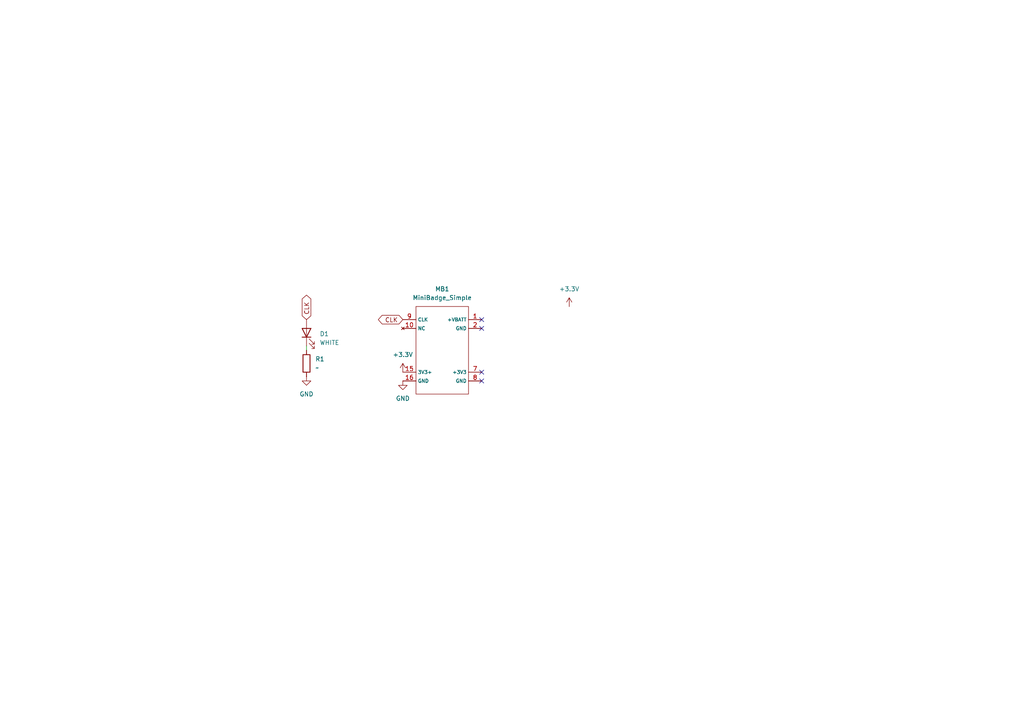
<source format=kicad_sch>
(kicad_sch (version 20250114) (generator "eeschema") (generator_version "9.0")
  (paper "A4")
  (lib_symbols
    (symbol "Device:LED" (pin_numbers (hide yes)) (pin_names (offset 1.016) (hide yes))
      (property "Reference" "D" (at 0 2.54 0))
      (property "Value" "LED" (at 0 -2.54 0))
      (symbol "LED_0_1"
        (polyline (pts (xy -3.048 -0.762) (xy -4.572 -2.286) (xy -3.81 -2.286) (xy -4.572 -2.286) (xy -4.572 -1.524)))
        (polyline (pts (xy -1.778 -0.762) (xy -3.302 -2.286) (xy -2.54 -2.286) (xy -3.302 -2.286) (xy -3.302 -1.524)))
        (polyline (pts (xy -1.27 0) (xy 1.27 0)))
        (polyline (pts (xy -1.27 -1.27) (xy -1.27 1.27)) (stroke (width 0.254)))
        (polyline (pts (xy 1.27 -1.27) (xy 1.27 1.27) (xy -1.27 0) (xy 1.27 -1.27)) (stroke (width 0.254)))
      )
      (symbol "LED_1_1"
        (pin passive line (at -3.81 0 0) (length 2.54) (name "K") (number "1"))
        (pin passive line (at 3.81 0 180) (length 2.54) (name "A") (number "2"))
      )
    )
    (symbol "Device:R" (pin_numbers (hide yes)) (pin_names (offset 0))
      (property "Reference" "R" (at 2.032 0 90))
      (property "Value" "R" (at 0 0 90))
      (symbol "R_0_1"
        (rectangle (start -1.016 -2.54) (end 1.016 2.54) (stroke (width 0.254)))
      )
      (symbol "R_1_1"
        (pin passive line (at 0 3.81 270) (length 1.27) (name "~") (number "1"))
        (pin passive line (at 0 -3.81 90) (length 1.27) (name "~") (number "2"))
      )
    )
    (symbol "MiniBadge:MiniBadge_Simple"
      (property "Reference" "MB" (at 8.89 0 0))
      (property "Value" "MiniBadge_Simple" (at -10.16 0 0))
      (symbol "MiniBadge_Simple_0_1"
        (rectangle (start -12.7 7.62) (end 12.7 -7.62))
      )
      (symbol "MiniBadge_Simple_1_1"
        (pin power_out line (at -8.89 11.43 270) (length 3.81) (name "+VBATT") (number "1"))
        (pin output line (at -8.89 -11.43 90) (length 3.81) (name "CLK") (number "9"))
        (pin power_out line (at -6.35 11.43 270) (length 3.81) (name "GND") (number "2"))
        (pin no_connect line (at -6.35 -11.43 90) (length 3.81) (name "NC") (number "10"))
        (pin power_out line (at 6.35 11.43 270) (length 3.81) (name "+3V3") (number "7"))
        (pin power_out line (at 6.35 -11.43 90) (length 3.81) (name "3V3+") (number "15"))
        (pin power_out line (at 8.89 11.43 270) (length 3.81) (name "GND") (number "8"))
        (pin power_out line (at 8.89 -11.43 90) (length 3.81) (name "GND") (number "16"))
      )
    )
    (symbol "power:+3.3V" (power) (pin_numbers (hide yes)) (pin_names (offset 0) (hide yes))
      (property "Value" "+3.3V" (at 0 3.556 0))
      (symbol "+3.3V_0_1"
        (polyline (pts (xy -0.762 1.27) (xy 0 2.54)))
        (polyline (pts (xy 0 2.54) (xy 0.762 1.27)))
        (polyline (pts (xy 0 0) (xy 0 2.54)))
      )
      (symbol "+3.3V_1_1"
        (pin power_in line (at 0 0 90) (length 0) (name "~") (number "1"))
      )
    )
    (symbol "power:GND" (power) (pin_numbers (hide yes)) (pin_names (offset 0) (hide yes))
      (property "Value" "GND" (at 0 -3.81 0))
      (symbol "GND_0_1"
        (polyline (pts (xy 0 0) (xy 0 -1.27) (xy 1.27 -1.27) (xy 0 -2.54) (xy -1.27 -1.27) (xy 0 -1.27)))
      )
      (symbol "GND_1_1"
        (pin power_in line (at 0 0 270) (length 0) (name "~") (number "1"))
      )
    )
  )
  (no_connect (at 139.7 110.49))
  (no_connect (at 139.7 107.95))
  (no_connect (at 139.7 95.25))
  (no_connect (at 139.7 92.71))
  (wire (pts (xy 88.9 100.33) (xy 88.9 101.6)))
  (global_label "CLK" (shape bidirectional) (at 116.84 92.71 180) (property "Intersheetrefs" "${INTERSHEET_REFS}" (effects (hide yes))))
  (global_label "CLK" (shape bidirectional) (at 88.9 92.71 90) (property "Intersheetrefs" "${INTERSHEET_REFS}" (effects (hide yes))))
  (symbol (lib_id "power:+3.3V") (at 165.1 88.9 0) (unit 1)
    (property "Reference" "#PWR06" (effects (hide yes)))
    (property "Value" "+3.3V" (at 165.1 83.82 0))
    (property "Description" "Power symbol creates a global label with name \"+3.3V\"" (effects (hide yes)))
  )
  (symbol (lib_id "Device:LED") (at 88.9 96.52 90) (unit 1)
    (property "Reference" "D1" (at 92.71 96.8374 90) (effects (justify right)))
    (property "Value" "WHITE" (at 92.71 99.3774 90) (effects (justify right)))
    (property "Footprint" "LED_SMD:LED_1206_3216Metric" (effects (hide yes)))
    (property "Description" "Light emitting diode" (effects (hide yes)))
    (property "Sim.Pins" "1=K 2=A" (effects (hide yes)))
  )
  (symbol (lib_id "MiniBadge:MiniBadge_Simple") (at 128.27 101.6 270) (unit 1)
    (property "Reference" "MB1" (at 128.27 83.82 90))
    (property "Value" "MiniBadge_Simple" (at 128.27 86.36 90))
    (property "Footprint" "MiniBadge:MiniBadge_Simple_NoEdges" (effects (hide yes)))
  )
  (symbol (lib_id "power:GND") (at 88.9 109.22 0) (unit 1)
    (property "Reference" "#PWR03" (effects (hide yes)))
    (property "Value" "GND" (at 88.9 114.3 0))
    (property "Description" "Power symbol creates a global label with name \"GND\" , ground" (effects (hide yes)))
  )
  (symbol (lib_id "power:GND") (at 116.84 110.49 0) (unit 1)
    (property "Reference" "#PWR04" (effects (hide yes)))
    (property "Value" "GND" (at 116.84 115.57 0))
    (property "Description" "Power symbol creates a global label with name \"GND\" , ground" (effects (hide yes)))
  )
  (symbol (lib_id "Device:R") (at 88.9 105.41 0) (unit 1)
    (property "Reference" "R1" (at 91.44 104.1399 0) (effects (justify left)))
    (property "Value" "~" (at 91.44 106.6799 0) (effects (justify left)))
    (property "Footprint" "Resistor_SMD:R_1206_3216Metric" (effects (hide yes)))
    (property "Description" "Resistor" (effects (hide yes)))
  )
  (symbol (lib_id "power:+3.3V") (at 116.84 107.95 0) (unit 1)
    (property "Reference" "#PWR02" (effects (hide yes)))
    (property "Value" "+3.3V" (at 116.84 102.87 0))
    (property "Description" "Power symbol creates a global label with name \"+3.3V\"" (effects (hide yes)))
  )
)
</source>
